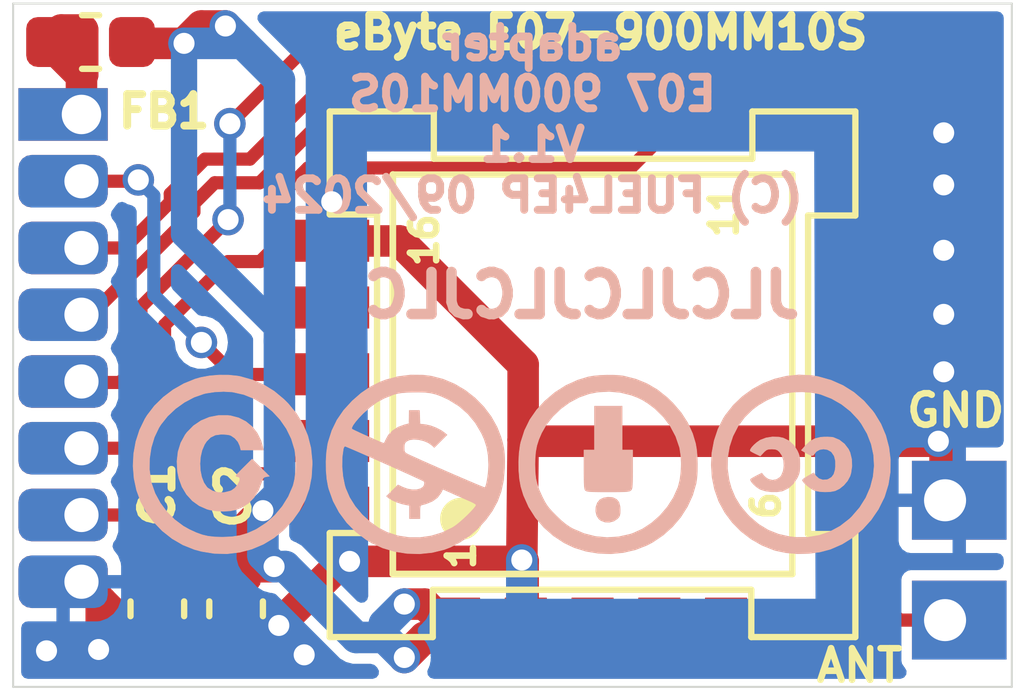
<source format=kicad_pcb>
(kicad_pcb (version 20240108) (generator "pcbnew") (generator_version "8.0")
  (title_block (title "CC1101_868MHz_UFL_RF_Modul_FUEL4EP") (date "2024-09-13") (rev "1.1") (company "FUEL4EP"))
  (layers (0 "F.Cu" signal) (31 "B.Cu" signal) (34 "B.Paste" user) (35 "F.Paste" user) (36 "B.SilkS" user "B.Silkscreen") (37 "F.SilkS" user "F.Silkscreen") (38 "B.Mask" user) (39 "F.Mask" user) (44 "Edge.Cuts" user))
  (net 0 "")
  (net 1 "GND")
  (net 2 "/ANT")
  (net 6 "/SCK")
  (net 7 "/GDO0")
  (net 8 "/MOSI")
  (net 9 "/GDO2")
  (net 10 "/~{CS}")
  (net 11 "VDDA")
  (net 12 "/MISO{slash}GDO1")
  (net 13 "/VDD")
  (footprint "FUEL4EP:edge_hole_Pitch1.27mm_Drill0.75mm_rounded" (layer "F.Cu") (at 0 -5.81)
    (property "Reference" "JC5" (hide yes))
    (property "Value" "Conn_01x01_Pin" (hide yes))
    (pad "1" thru_hole roundrect (at 1.3 0) (size 1.7 1) (drill 0.65 (offset -0.35 0)) (property pad_prop_castellated) (layers "*.Cu" "*.Mask") (net 8 "/MOSI"))
  )
  (footprint "Capacitor_SMD:C_0603_1608Metric" (layer "F.Cu") (at 4.2418 -1.4856 -90)
    (property "Reference" "C2" (at -2.1466 0.0508 90) (layer "F.SilkS") (effects (font (size 0.6 0.6))))
    (property "Value" "100n")
    (fp_line (start -0.14058 0.51) (end 0.14058 0.51) (stroke (width 0.12)) (layer "F.SilkS"))
    (fp_line (start -0.14058 -0.51) (end 0.14058 -0.51) (stroke (width 0.12)) (layer "F.SilkS"))
    (pad "1" smd roundrect (at -0.775 0 270) (size 0.9 0.95) (layers "F.Cu" "F.Paste" "F.Mask") (net 11 "VDDA"))
    (pad "2" smd roundrect (at 0.775 0 270) (size 0.9 0.95) (layers "F.Cu" "F.Paste" "F.Mask") (net 1 "GND"))
  )
  (footprint "FUEL4EP:edge_hole_Pitch2.28mm_Drill0.8mm" (layer "F.Cu") (at 19 -3.55 180)
    (property "Reference" "JA1" (hide yes))
    (property "Value" "GND" (hide yes))
    (pad "1" thru_hole rect (at 1.27 0 180) (size 1.8 1.5) (drill 0.8 (offset -0.27 0)) (property pad_prop_castellated) (layers "*.Cu" "*.Mask") (net 1 "GND"))
  )
  (footprint "Inductor_SMD:L_0603_1608Metric" (layer "F.Cu") (at 1.4732 -12.2682)
    (property "Reference" "FB1" (at 1.397 1.3208 0) (layer "F.SilkS") (effects (font (size 0.6 0.6))))
    (property "Value" "FerriteBead" (hide yes))
    (fp_line (start -0.162779 -0.51) (end 0.162779 -0.51) (stroke (width 0.12)) (layer "F.SilkS"))
    (fp_line (start -0.162779 0.51) (end 0.162779 0.51) (stroke (width 0.12)) (layer "F.SilkS"))
    (pad "1" smd roundrect (at -0.7875 0) (size 0.875 0.95) (layers "F.Cu" "F.Paste" "F.Mask") (net 13 "/VDD"))
    (pad "2" smd roundrect (at 0.7875 0) (size 0.875 0.95) (layers "F.Cu" "F.Paste" "F.Mask") (net 11 "VDDA"))
  )
  (footprint "FUEL4EP:edge_hole_Pitch1.27mm_Drill0.75mm_rounded" (layer "F.Cu") (at 0 -2)
    (property "Reference" "JC8" (hide yes))
    (property "Value" "Conn_01x01_Pin" (hide yes))
    (pad "1" thru_hole roundrect (at 1.3 0) (size 1.7 1) (drill 0.65 (offset -0.35 0)) (property pad_prop_castellated) (layers "*.Cu" "*.Mask") (net 1 "GND"))
  )
  (footprint "FUEL4EP:edge_hole_Pitch2.28mm_Drill0.8mm" (layer "F.Cu") (at 19 -1.27 180)
    (property "Reference" "JA2" (hide yes))
    (property "Value" "Ant." (hide yes))
    (pad "1" thru_hole rect (at 1.27 0 180) (size 1.8 1.5) (drill 0.8 (offset -0.27 0)) (property pad_prop_castellated) (layers "*.Cu" "*.Mask") (net 2 "/ANT"))
  )
  (footprint "FUEL4EP:CC-BY-ND-SA_bottom" (layer "F.Cu") (at 9.4996 -4.2164 180)
    (property "Reference" "LOGO1" (hide yes))
    (property "Value" "Logo_Open_Hardware_Small" (hide yes))
    (fp_poly (pts (xy -1.758829 -1.081206) (xy -1.681066 -1.051401) (xy -1.644833 -1.023028) (xy -1.602485 -0.957461) (xy -1.58392 -0.876987) (xy -1.588425 -0.792509) (xy -1.615287 -0.714933) (xy -1.663794 -0.655164) (xy -1.669155 -0.651061) (xy -1.734456 -0.620972) (xy -1.816263 -0.607523) (xy -1.897774 -0.612956) (xy -1.917466 -0.617925) (xy -1.983336 -0.650778) (xy -2.025596 -0.704563) (xy -2.046664 -0.783464) (xy -2.050143 -0.847485) (xy -2.048325 -0.914308) (xy -2.040276 -0.957618) (xy -2.022101 -0.990111) (xy -1.998444 -1.016061) (xy -1.928279 -1.063325) (xy -1.844821 -1.08511) (xy -1.758829 -1.081206)) (stroke (width 0.01)) (fill solid) (layer "B.SilkS"))
    (fp_poly (pts (xy -1.684775 -0.507665) (xy -1.582561 -0.506458) (xy -1.507467 -0.504075) (xy -1.454911 -0.500211) (xy -1.420315 -0.494563) (xy -1.399096 -0.486826) (xy -1.389225 -0.47949) (xy -1.379373 -0.464706) (xy -1.37202 -0.4396) (xy -1.366826 -0.399396) (xy -1.363449 -0.339319) (xy -1.361547 -0.254593) (xy -1.36078 -0.140441) (xy -1.360715 -0.080347) (xy -1.360715 0.290286) (xy -1.560286 0.290286) (xy -1.560286 1.124857) (xy -2.086429 1.124857) (xy -2.086429 0.290286) (xy -2.286 0.290286) (xy -2.286 -0.078831) (xy -2.285741 -0.204694) (xy -2.284688 -0.299273) (xy -2.282423 -0.367566) (xy -2.278533 -0.414571) (xy -2.272602 -0.445289) (xy -2.264213 -0.464717) (xy -2.252952 -0.477856) (xy -2.252822 -0.477974) (xy -2.237759 -0.487929) (xy -2.214354 -0.495451) (xy -2.17789 -0.500868) (xy -2.123652 -0.504505) (xy -2.046921 -0.506688) (xy -1.942983 -0.507744) (xy -1.818689 -0.508) (xy -1.684775 -0.507665)) (stroke (width 0.01)) (fill solid) (layer "B.SilkS"))
    (fp_poly (pts (xy -5.843953 -0.500439) (xy -5.757446 -0.482839) (xy -5.749031 -0.480035) (xy -5.700535 -0.455967) (xy -5.644831 -0.418203) (xy -5.590408 -0.373943) (xy -5.545751 -0.33039) (xy -5.519348 -0.294746) (xy -5.515644 -0.281973) (xy -5.53052 -0.264326) (xy -5.569301 -0.236276) (xy -5.623252 -0.204088) (xy -5.730645 -0.145104) (xy -5.769091 -0.199097) (xy -5.828835 -0.254083) (xy -5.904 -0.280239) (xy -5.984781 -0.27482) (xy -6.009283 -0.266361) (xy -6.072088 -0.228314) (xy -6.113801 -0.172277) (xy -6.13806 -0.091943) (xy -6.14572 -0.029835) (xy -6.145108 0.086167) (xy -6.121607 0.177082) (xy -6.074001 0.246926) (xy -6.057111 0.262478) (xy -5.991622 0.298108) (xy -5.916913 0.309361) (xy -5.843584 0.297538) (xy -5.782234 0.263942) (xy -5.750213 0.224782) (xy -5.728724 0.194672) (xy -5.701887 0.184365) (xy -5.662118 0.194242) (xy -5.601833 0.224686) (xy -5.587104 0.233015) (xy -5.49678 0.284602) (xy -5.571814 0.369845) (xy -5.658971 0.452843) (xy -5.751414 0.505228) (xy -5.859562 0.531957) (xy -5.923643 0.537288) (xy -5.996805 0.538034) (xy -6.063044 0.534665) (xy -6.105072 0.528499) (xy -6.218229 0.481018) (xy -6.316183 0.404686) (xy -6.391717 0.306046) (xy -6.422688 0.240452) (xy -6.45238 0.117926) (xy -6.458053 -0.016497) (xy -6.439748 -0.147547) (xy -6.421555 -0.207195) (xy -6.373897 -0.296042) (xy -6.303931 -0.37868) (xy -6.221605 -0.445362) (xy -6.136867 -0.486341) (xy -6.136564 -0.486432) (xy -6.049851 -0.502506) (xy -5.946868 -0.507085) (xy -5.843953 -0.500439)) (stroke (width 0.01)) (fill solid) (layer "B.SilkS"))
    (fp_poly (pts (xy -4.925138 -0.505796) (xy -4.81855 -0.491246) (xy -4.726924 -0.463993) (xy -4.693669 -0.447651) (xy -4.639115 -0.409823) (xy -4.588988 -0.365166) (xy -4.550081 -0.321093) (xy -4.529184 -0.285019) (xy -4.529165 -0.268063) (xy -4.549131 -0.252659) (xy -4.592001 -0.22733) (xy -4.641358 -0.20123) (xy -4.744357 -0.149271) (xy -4.777776 -0.193653) (xy -4.817814 -0.232366) (xy -4.869336 -0.265727) (xy -4.872397 -0.267221) (xy -4.947499 -0.28463) (xy -5.023094 -0.271287) (xy -5.087866 -0.230532) (xy -5.116265 -0.195244) (xy -5.152204 -0.107439) (xy -5.165591 -0.007448) (xy -5.157294 0.093932) (xy -5.128182 0.185902) (xy -5.079925 0.256867) (xy -5.0414 0.288969) (xy -4.999968 0.304281) (xy -4.939733 0.308413) (xy -4.93386 0.308429) (xy -4.874027 0.305564) (xy -4.833513 0.292248) (xy -4.795506 0.2614) (xy -4.777066 0.242382) (xy -4.714776 0.176335) (xy -4.624054 0.218826) (xy -4.57219 0.244896) (xy -4.535268 0.266765) (xy -4.524183 0.276124) (xy -4.527781 0.301789) (xy -4.554432 0.341255) (xy -4.597453 0.387528) (xy -4.650161 0.433616) (xy -4.705872 0.472524) (xy -4.719126 0.480114) (xy -4.824046 0.520178) (xy -4.944788 0.539238) (xy -5.06673 0.536033) (xy -5.152572 0.517493) (xy -5.26254 0.463284) (xy -5.353645 0.37893) (xy -5.418378 0.277249) (xy -5.44427 0.218917) (xy -5.459545 0.165976) (xy -5.466834 0.104803) (xy -5.468772 0.021776) (xy -5.468776 0.016534) (xy -5.467255 -0.066199) (xy -5.460852 -0.126179) (xy -5.446806 -0.176873) (xy -5.422354 -0.231753) (xy -5.414807 -0.246699) (xy -5.344396 -0.350781) (xy -5.253868 -0.432217) (xy -5.150323 -0.484924) (xy -5.12913 -0.49136) (xy -5.03317 -0.506286) (xy -4.925138 -0.505796)) (stroke (width 0.01)) (fill solid) (layer "B.SilkS"))
    (fp_poly (pts (xy 5.631663 -0.869092) (xy 5.756036 -0.849657) (xy 5.808844 -0.835608) (xy 5.958363 -0.770394) (xy 6.089457 -0.675837) (xy 6.199517 -0.555252) (xy 6.285937 -0.411952) (xy 6.346109 -0.249251) (xy 6.371997 -0.119868) (xy 6.382633 0.074657) (xy 6.361671 0.257556) (xy 6.30983 0.425875) (xy 6.227827 0.576658) (xy 6.190782 0.626424) (xy 6.067105 0.752147) (xy 5.923981 0.84844) (xy 5.76494 0.913961) (xy 5.593512 0.947365) (xy 5.413228 0.947307) (xy 5.363715 0.941412) (xy 5.210463 0.901754) (xy 5.07216 0.831164) (xy 4.952761 0.733294) (xy 4.856223 0.611792) (xy 4.786504 0.470308) (xy 4.76108 0.385536) (xy 4.738558 0.290286) (xy 5.166406 0.290286) (xy 5.186431 0.36981) (xy 5.221372 0.44617) (xy 5.280267 0.514618) (xy 5.351973 0.56355) (xy 5.384225 0.575773) (xy 5.429607 0.583324) (xy 5.494601 0.588232) (xy 5.54443 0.589337) (xy 5.653061 0.574945) (xy 5.743656 0.530985) (xy 5.819732 0.455288) (xy 5.858714 0.395772) (xy 5.906243 0.285879) (xy 5.934892 0.161405) (xy 5.945233 0.02991) (xy 5.937837 -0.101048) (xy 5.913276 -0.223909) (xy 5.872121 -0.331115) (xy 5.814946 -0.415105) (xy 5.795987 -0.433571) (xy 5.706483 -0.489204) (xy 5.600325 -0.518149) (xy 5.48637 -0.519526) (xy 5.373472 -0.492452) (xy 5.341462 -0.478806) (xy 5.280718 -0.435252) (xy 5.227647 -0.371815) (xy 5.192726 -0.302371) (xy 5.18568 -0.272521) (xy 5.188127 -0.238198) (xy 5.214096 -0.221725) (xy 5.230231 -0.218092) (xy 5.249984 -0.213251) (xy 5.258418 -0.204984) (xy 5.252666 -0.188932) (xy 5.229859 -0.160738) (xy 5.187131 -0.116041) (xy 5.121614 -0.050484) (xy 5.116838 -0.045735) (xy 4.953 0.117172) (xy 4.78912 -0.045735) (xy 4.625239 -0.208643) (xy 4.684798 -0.217714) (xy 4.72315 -0.227831) (xy 4.746464 -0.250297) (xy 4.764522 -0.295733) (xy 4.768339 -0.308429) (xy 4.831988 -0.475308) (xy 4.916613 -0.61287) (xy 5.022946 -0.72191) (xy 5.151719 -0.803223) (xy 5.263314 -0.846445) (xy 5.371321 -0.867763) (xy 5.498764 -0.875219) (xy 5.631663 -0.869092)) (stroke (width 0.01)) (fill solid) (layer "B.SilkS"))
    (fp_poly (pts (xy -5.209548 -1.665688) (xy -5.011275 -1.624538) (xy -4.972053 -1.612777) (xy -4.7484 -1.523512) (xy -4.539651 -1.404256) (xy -4.349534 -1.258324) (xy -4.181776 -1.089031) (xy -4.040104 -0.899692) (xy -3.928245 -0.693624) (xy -3.921431 -0.678206) (xy -3.84411 -0.458242) (xy -3.797539 -0.228325) (xy -3.781301 0.006356) (xy -3.794982 0.240611) (xy -3.838168 0.469251) (xy -3.910442 0.687086) (xy -4.01139 0.888927) (xy -4.051842 0.9525) (xy -4.199518 1.140499) (xy -4.371038 1.305048) (xy -4.562485 1.444516) (xy -4.769941 1.557273) (xy -4.989492 1.641687) (xy -5.217219 1.696128) (xy -5.449207 1.718963) (xy -5.681539 1.708563) (xy -5.814786 1.686684) (xy -6.061183 1.617314) (xy -6.28875 1.516971) (xy -6.496853 1.386071) (xy -6.684853 1.22503) (xy -6.852113 1.034264) (xy -6.887783 0.985947) (xy -7.009938 0.784507) (xy -7.101444 0.567448) (xy -7.161776 0.339383) (xy -7.190409 0.104923) (xy -7.188641 -0.011407) (xy -6.882572 -0.011407) (xy -6.870738 0.196538) (xy -6.826092 0.401799) (xy -6.748416 0.601129) (xy -6.637496 0.79128) (xy -6.579925 0.86891) (xy -6.433303 1.025609) (xy -6.261635 1.160442) (xy -6.07167 1.269028) (xy -5.87016 1.346981) (xy -5.823857 1.359867) (xy -5.67923 1.385972) (xy -5.516996 1.396701) (xy -5.351947 1.392064) (xy -5.198876 1.372073) (xy -5.142581 1.359329) (xy -4.989449 1.307458) (xy -4.830059 1.232836) (xy -4.678485 1.142765) (xy -4.568807 1.061597) (xy -4.415184 0.911264) (xy -4.289824 0.740698) (xy -4.193725 0.553611) (xy -4.12789 0.353716) (xy -4.093317 0.144726) (xy -4.091008 -0.069647) (xy -4.121961 -0.285689) (xy -4.164746 -0.438252) (xy -4.237973 -0.612176) (xy -4.336239 -0.772571) (xy -4.464267 -0.926713) (xy -4.516151 -0.979714) (xy -4.684396 -1.123003) (xy -4.865355 -1.233195) (xy -5.061537 -1.311404) (xy -5.275449 -1.358743) (xy -5.400447 -1.371946) (xy -5.62394 -1.369882) (xy -5.839153 -1.333056) (xy -6.043454 -1.26245) (xy -6.234208 -1.159049) (xy -6.408782 -1.023834) (xy -6.457106 -0.977712) (xy -6.606097 -0.805066) (xy -6.723355 -0.618865) (xy -6.808664 -0.422356) (xy -6.861809 -0.218788) (xy -6.882572 -0.011407) (xy -7.188641 -0.011407) (xy -7.186817 -0.131323) (xy -7.150476 -0.364741) (xy -7.080859 -0.590721) (xy -7.070352 -0.616857) (xy -6.960716 -0.837412) (xy -6.822852 -1.039041) (xy -6.659913 -1.218727) (xy -6.475054 -1.373451) (xy -6.271427 -1.500196) (xy -6.052187 -1.595945) (xy -6.044305 -1.598686) (xy -5.850616 -1.649898) (xy -5.639843 -1.678229) (xy -5.422613 -1.683539) (xy -5.209548 -1.665688)) (stroke (width 0.01)) (fill solid) (layer "B.SilkS"))
    (fp_poly (pts (xy 5.670842 -1.677935) (xy 5.915989 -1.63849) (xy 6.050643 -1.601909) (xy 6.269262 -1.514938) (xy 6.474607 -1.395684) (xy 6.663296 -1.246777) (xy 6.831945 -1.070844) (xy 6.962883 -0.892993) (xy 7.071921 -0.691595) (xy 7.150769 -0.474874) (xy 7.199461 -0.247583) (xy 7.218029 -0.014479) (xy 7.206508 0.219682) (xy 7.164931 0.450144) (xy 7.09333 0.672153) (xy 6.99174 0.880951) (xy 6.949976 0.948698) (xy 6.811165 1.129568) (xy 6.644386 1.293309) (xy 6.455571 1.435725) (xy 6.250655 1.552615) (xy 6.035573 1.639782) (xy 5.930782 1.669753) (xy 5.763154 1.700578) (xy 5.581777 1.715724) (xy 5.400261 1.714879) (xy 5.232217 1.697733) (xy 5.17534 1.687012) (xy 4.941487 1.621211) (xy 4.729088 1.529022) (xy 4.533181 1.407644) (xy 4.348806 1.254278) (xy 4.270165 1.176054) (xy 4.111735 0.985678) (xy 3.986368 0.780431) (xy 3.894291 0.560879) (xy 3.83573 0.327589) (xy 3.810911 0.08113) (xy 3.81 0.02224) (xy 3.810835 0.007953) (xy 4.121254 0.007953) (xy 4.124758 0.146854) (xy 4.13872 0.270671) (xy 4.144659 0.301355) (xy 4.206645 0.50465) (xy 4.299913 0.695355) (xy 4.420897 0.8702) (xy 4.566033 1.025918) (xy 4.731755 1.159241) (xy 4.914498 1.2669) (xy 5.110698 1.345626) (xy 5.316789 1.392153) (xy 5.337499 1.394872) (xy 5.49535 1.403679) (xy 5.664778 1.395219) (xy 5.826203 1.370751) (xy 5.869071 1.360751) (xy 6.056878 1.295399) (xy 6.239622 1.198982) (xy 6.410435 1.076679) (xy 6.562449 0.933665) (xy 6.688794 0.775117) (xy 6.727552 0.713739) (xy 6.813562 0.533659) (xy 6.872816 0.335649) (xy 6.904311 0.127345) (xy 6.907043 -0.083619) (xy 6.880007 -0.28961) (xy 6.866866 -0.345744) (xy 6.799893 -0.535577) (xy 6.701334 -0.717408) (xy 6.575816 -0.885598) (xy 6.42796 -1.034507) (xy 6.262392 -1.158496) (xy 6.147519 -1.223027) (xy 6.017285 -1.282756) (xy 5.90246 -1.32426) (xy 5.790443 -1.350436) (xy 5.668632 -1.364183) (xy 5.524424 -1.3684) (xy 5.515428 -1.368413) (xy 5.338795 -1.361192) (xy 5.184248 -1.337577) (xy 5.040251 -1.29482) (xy 4.895269 -1.230173) (xy 4.862285 -1.212842) (xy 4.682817 -1.096421) (xy 4.520049 -0.951294) (xy 4.378505 -0.782938) (xy 4.262708 -0.596828) (xy 4.17718 -0.398441) (xy 4.168965 -0.373438) (xy 4.143811 -0.264774) (xy 4.127756 -0.133449) (xy 4.121254 0.007953) (xy 3.810835 0.007953) (xy 3.824302 -0.222432) (xy 3.868255 -0.448631) (xy 3.94343 -0.660866) (xy 4.051396 -0.863645) (xy 4.182697 -1.047804) (xy 4.349783 -1.228665) (xy 4.537058 -1.380734) (xy 4.741512 -1.503119) (xy 4.960129 -1.594925) (xy 5.189899 -1.655259) (xy 5.427807 -1.683227) (xy 5.670842 -1.677935)) (stroke (width 0.01)) (fill solid) (layer "B.SilkS"))
    (fp_poly (pts (xy -1.636143 -1.67626) (xy -1.403079 -1.637746) (xy -1.179769 -1.568814) (xy -0.986833 -1.478224) (xy -0.779738 -1.342441) (xy -0.59637 -1.181093) (xy -0.43897 -0.997087) (xy -0.309774 -0.793329) (xy -0.211024 -0.572727) (xy -0.159912 -0.40461) (xy -0.134681 -0.264319) (xy -0.120853 -0.10248) (xy -0.118435 0.06821) (xy -0.127432 0.235057) (xy -0.147849 0.385362) (xy -0.159515 0.439225) (xy -0.230871 0.66252) (xy -0.33074 0.8663) (xy -0.461523 1.054705) (xy -0.61078 1.2176) (xy -0.806204 1.384306) (xy -1.015784 1.517926) (xy -1.241457 1.619542) (xy -1.437722 1.679217) (xy -1.538577 1.697202) (xy -1.66278 1.709235) (xy -1.797834 1.714997) (xy -1.931241 1.71417) (xy -2.050505 1.706436) (xy -2.119685 1.696588) (xy -2.351131 1.637328) (xy -2.562754 1.551066) (xy -2.759209 1.435249) (xy -2.945147 1.287321) (xy -3.050044 1.185764) (xy -3.208286 1.001506) (xy -3.33287 0.808922) (xy -3.426197 0.603741) (xy -3.482731 0.416289) (xy -3.501917 0.306727) (xy -3.514317 0.173881) (xy -3.519754 0.029675) (xy -3.519671 0.022607) (xy -3.211167 0.022607) (xy -3.204215 0.178655) (xy -3.183128 0.319429) (xy -3.177241 0.344413) (xy -3.107204 0.548893) (xy -3.004823 0.74173) (xy -2.873454 0.917767) (xy -2.716456 1.071846) (xy -2.689246 1.094066) (xy -2.577706 1.177798) (xy -2.476587 1.241164) (xy -2.372813 1.291442) (xy -2.256932 1.334699) (xy -2.05299 1.384973) (xy -1.838685 1.40412) (xy -1.622769 1.391855) (xy -1.460643 1.360751) (xy -1.271461 1.294796) (xy -1.089039 1.197656) (xy -0.919259 1.074171) (xy -0.768003 0.929184) (xy -0.641153 0.767536) (xy -0.553937 0.614403) (xy -0.500362 0.489954) (xy -0.463582 0.374559) (xy -0.441035 0.25607) (xy -0.430159 0.122342) (xy -0.428125 0.018143) (xy -0.431493 -0.126899) (xy -0.444246 -0.248906) (xy -0.469301 -0.360547) (xy -0.509572 -0.474491) (xy -0.567975 -0.603408) (xy -0.57396 -0.615647) (xy -0.614333 -0.693833) (xy -0.653441 -0.758067) (xy -0.698448 -0.817893) (xy -0.756517 -0.882857) (xy -0.832654 -0.960361) (xy -0.926642 -1.050032) (xy -1.00769 -1.118049) (xy -1.084943 -1.171551) (xy -1.15225 -1.209794) (xy -1.360218 -1.29886) (xy -1.576631 -1.354014) (xy -1.797434 -1.374956) (xy -2.018577 -1.361389) (xy -2.236007 -1.313013) (xy -2.293345 -1.294018) (xy -2.476559 -1.21055) (xy -2.649753 -1.09605) (xy -2.808183 -0.955386) (xy -2.947102 -0.793426) (xy -3.061764 -0.615039) (xy -3.147424 -0.425093) (xy -3.151415 -0.413789) (xy -3.184347 -0.285953) (xy -3.204404 -0.136375) (xy -3.211167 0.022607) (xy -3.519671 0.022607) (xy -3.518052 -0.113967) (xy -3.509036 -0.24512) (xy -3.493989 -0.345158) (xy -3.427876 -0.571279) (xy -3.329181 -0.786611) (xy -3.200928 -0.987354) (xy -3.046142 -1.169705) (xy -2.867847 -1.329863) (xy -2.669069 -1.464024) (xy -2.556978 -1.523035) (xy -2.339379 -1.607745) (xy -2.109742 -1.661415) (xy -1.873514 -1.684202) (xy -1.636143 -1.67626)) (stroke (width 0.01)) (fill solid) (layer "B.SilkS"))
    (fp_poly (pts (xy 2.004497 -1.677952) (xy 2.239964 -1.640843) (xy 2.466241 -1.573957) (xy 2.677838 -1.477988) (xy 2.781126 -1.416245) (xy 2.980099 -1.265197) (xy 3.152477 -1.090769) (xy 3.296565 -0.895326) (xy 3.41067 -0.681233) (xy 3.493097 -0.450855) (xy 3.504902 -0.405983) (xy 3.530828 -0.262819) (xy 3.544851 -0.098346) (xy 3.546966 0.074642) (xy 3.53717 0.24335) (xy 3.515455 0.394984) (xy 3.505228 0.440896) (xy 3.435023 0.661014) (xy 3.337718 0.86115) (xy 3.210384 1.046302) (xy 3.050096 1.221468) (xy 3.045444 1.225952) (xy 2.879178 1.371149) (xy 2.711865 1.486251) (xy 2.534883 1.576649) (xy 2.404276 1.626876) (xy 2.175011 1.687526) (xy 1.937941 1.717256) (xy 1.701738 1.715379) (xy 1.542143 1.695) (xy 1.316831 1.636381) (xy 1.100807 1.54555) (xy 0.897824 1.425774) (xy 0.711631 1.280321) (xy 0.54598 1.112458) (xy 0.404622 0.925453) (xy 0.291308 0.722574) (xy 0.221183 0.544286) (xy 0.187458 0.42911) (xy 0.16476 0.32333) (xy 0.151773 0.215805) (xy 0.147183 0.09539) (xy 0.148609 0.012653) (xy 0.453886 0.012653) (xy 0.462432 0.189028) (xy 0.489328 0.345411) (xy 0.537478 0.494643) (xy 0.588379 0.607786) (xy 0.705747 0.806105) (xy 0.847631 0.977745) (xy 1.014726 1.123399) (xy 1.207726 1.243761) (xy 1.244985 1.262654) (xy 1.356604 1.313919) (xy 1.456625 1.350444) (xy 1.555093 1.37419) (xy 1.662052 1.387115) (xy 1.787548 1.391182) (xy 1.895928 1.389701) (xy 2.011783 1.385462) (xy 2.100421 1.378873) (xy 2.170889 1.368794) (xy 2.232236 1.354087) (xy 2.267465 1.342897) (xy 2.432452 1.278043) (xy 2.575614 1.201601) (xy 2.708674 1.106262) (xy 2.843352 0.984717) (xy 2.846005 0.982105) (xy 2.924337 0.900668) (xy 2.987461 0.826668) (xy 3.032432 0.764215) (xy 3.056307 0.717421) (xy 3.056142 0.690396) (xy 3.055431 0.689619) (xy 3.03471 0.677732) (xy 2.987457 0.654544) (xy 2.920282 0.623012) (xy 2.839792 0.586097) (xy 2.752595 0.546758) (xy 2.6653 0.507955) (xy 2.584516 0.472646) (xy 2.516849 0.443792) (xy 2.468909 0.424352) (xy 2.447347 0.417286) (xy 2.433463 0.432531) (xy 2.416458 0.469726) (xy 2.4147 0.474635) (xy 2.361869 0.573238) (xy 2.279408 0.658617) (xy 2.172931 0.726175) (xy 2.054208 0.769775) (xy 1.9685 0.791694) (xy 1.966376 0.917454) (xy 1.964253 1.043214) (xy 1.768928 1.043214) (xy 1.758358 0.78466) (xy 1.651666 0.772589) (xy 1.556675 0.75144) (xy 1.45191 0.711814) (xy 1.353461 0.660683) (xy 1.289366 0.615597) (xy 1.245231 0.578461) (xy 1.365851 0.457841) (xy 1.486471 0.337222) (xy 1.52814 0.376367) (xy 1.599844 0.42682) (xy 1.688433 0.464262) (xy 1.784297 0.487079) (xy 1.877826 0.493657) (xy 1.959408 0.482382) (xy 2.012083 0.457629) (xy 2.041772 0.429061) (xy 2.055706 0.392767) (xy 2.059214 0.334737) (xy 2.059214 0.33372) (xy 2.057109 0.27913) (xy 2.04614 0.247513) (xy 2.019323 0.225605) (xy 1.995714 0.213102) (xy 1.944855 0.188646) (xy 1.869545 0.153905) (xy 1.773873 0.110654) (xy 1.661926 0.06067) (xy 1.537793 0.005728) (xy 1.40556 -0.052397) (xy 1.269315 -0.111929) (xy 1.133145 -0.171093) (xy 1.00114 -0.228113) (xy 0.877385 -0.281213) (xy 0.765969 -0.328618) (xy 0.67098 -0.368552) (xy 0.596505 -0.39924) (xy 0.546631 -0.418906) (xy 0.525446 -0.425775) (xy 0.525079 -0.4257) (xy 0.509594 -0.399671) (xy 0.493846 -0.345314) (xy 0.479123 -0.270558) (xy 0.466712 -0.183325) (xy 0.457899 -0.091544) (xy 0.453974 -0.003139) (xy 0.453886 0.012653) (xy 0.148609 0.012653) (xy 0.149673 -0.049056) (xy 0.150016 -0.058632) (xy 0.170045 -0.288086) (xy 0.213987 -0.494986) (xy 0.284269 -0.686021) (xy 0.321729 -0.754798) (xy 0.68963 -0.754798) (xy 0.705166 -0.738069) (xy 0.745722 -0.713385) (xy 0.802544 -0.686068) (xy 0.803022 -0.685861) (xy 0.866491 -0.658202) (xy 0.951129 -0.621009) (xy 1.044976 -0.579548) (xy 1.120374 -0.54608) (xy 1.324534 -0.455224) (xy 1.36126 -0.527213) (xy 1.426479 -0.615262) (xy 1.522788 -0.685016) (xy 1.649796 -0.736222) (xy 1.709964 -0.751645) (xy 1.736079 -0.759245) (xy 1.750997 -0.7733) (xy 1.75785 -0.802453) (xy 1.759769 -0.855343) (xy 1.759857 -0.889346) (xy 1.759857 -1.016) (xy 1.959428 -1.016) (xy 1.959428 -0.763644) (xy 2.027464 -0.752492) (xy 2.110114 -0.733338) (xy 2.198444 -0.703976) (xy 2.279314 -0.669466) (xy 2.339584 -0.634867) (xy 2.346385 -0.629703) (xy 2.396383 -0.589643) (xy 2.177621 -0.373537) (xy 2.091696 -0.415283) (xy 1.999013 -0.449818) (xy 1.906475 -0.465989) (xy 1.820922 -0.464512) (xy 1.749195 -0.446104) (xy 1.698134 -0.411481) (xy 1.67656 -0.371796) (xy 1.67292 -0.330936) (xy 1.68045 -0.308027) (xy 1.70022 -0.297221) (xy 1.749075 -0.273733) (xy 1.822903 -0.23939) (xy 1.917596 -0.196024) (xy 2.029046 -0.145462) (xy 2.153142 -0.089536) (xy 2.285775 -0.030073) (xy 2.422837 0.031096) (xy 2.560218 0.092142) (xy 2.693809 0.151236) (xy 2.819501 0.206547) (xy 2.933184 0.256248) (xy 3.03075 0.298508) (xy 3.108089 0.331498) (xy 3.161091 0.353388) (xy 3.185649 0.362349) (xy 3.186492 0.362469) (xy 3.204742 0.347183) (xy 3.217829 0.312964) (xy 3.240011 0.150735) (xy 3.242527 -0.027907) (xy 3.226174 -0.209412) (xy 3.191753 -0.38023) (xy 3.173303 -0.441931) (xy 3.098341 -0.614798) (xy 2.992572 -0.78221) (xy 2.861473 -0.938372) (xy 2.710522 -1.077488) (xy 2.545195 -1.193762) (xy 2.385748 -1.275307) (xy 2.183792 -1.341028) (xy 1.972543 -1.3741) (xy 1.757563 -1.374978) (xy 1.544415 -1.344119) (xy 1.338661 -1.281978) (xy 1.145866 -1.189011) (xy 1.116601 -1.171312) (xy 1.060957 -1.132024) (xy 0.994994 -1.07838) (xy 0.924194 -1.01573) (xy 0.854044 -0.949424) (xy 0.790028 -0.884813) (xy 0.737631 -0.827246) (xy 0.702338 -0.782075) (xy 0.68963 -0.754798) (xy 0.321729 -0.754798) (xy 0.383319 -0.867877) (xy 0.505043 -1.036698) (xy 0.651739 -1.197408) (xy 0.818283 -1.341616) (xy 0.997318 -1.464061) (xy 1.181489 -1.559483) (xy 1.297846 -1.603681) (xy 1.527949 -1.660064) (xy 1.765329 -1.68459) (xy 2.004497 -1.677952)) (stroke (width 0.01)) (fill solid) (layer "B.SilkS"))
  )
  (footprint "FUEL4EP:edge_hole_Pitch1.27mm_Drill0.75mm_rounded" (layer "F.Cu") (at 0 -4.54)
    (property "Reference" "JC6" (hide yes))
    (property "Value" "Conn_01x01_Pin" (hide yes))
    (pad "1" thru_hole roundrect (at 1.3 0) (size 1.7 1) (drill 0.65 (offset -0.35 0)) (property pad_prop_castellated) (layers "*.Cu" "*.Mask") (net 12 "/MISO{slash}GDO1"))
  )
  (footprint "Capacitor_SMD:C_0603_1608Metric" (layer "F.Cu") (at 2.7432 -1.4856 -90)
    (property "Reference" "C1" (at -2.172 0 90) (layer "F.SilkS") (effects (font (size 0.6 0.6))))
    (property "Value" "10u")
    (fp_line (start -0.14058 0.51) (end 0.14058 0.51) (stroke (width 0.12)) (layer "F.SilkS"))
    (fp_line (start -0.14058 -0.51) (end 0.14058 -0.51) (stroke (width 0.12)) (layer "F.SilkS"))
    (pad "1" smd roundrect (at -0.775 0 270) (size 0.9 0.95) (layers "F.Cu" "F.Paste" "F.Mask") (net 11 "VDDA"))
    (pad "2" smd roundrect (at 0.775 0 270) (size 0.9 0.95) (layers "F.Cu" "F.Paste" "F.Mask") (net 1 "GND"))
  )
  (footprint "FUEL4EP:edge_hole_Pitch1.27mm_Drill0.75mm_rounded" (layer "F.Cu") (at 0 -8.35)
    (property "Reference" "JC3" (hide yes))
    (property "Value" "Conn_01x01_Pin" (hide yes))
    (pad "1" thru_hole roundrect (at 1.3 0) (size 1.7 1) (drill 0.65 (offset -0.35 0)) (property pad_prop_castellated) (layers "*.Cu" "*.Mask") (net 10 "/~{CS}"))
  )
  (footprint "FUEL4EP:edge_hole_Pitch1.27mm_Drill0.75mm_rounded" (layer "F.Cu") (at 0 -9.62)
    (property "Reference" "JC2" (hide yes))
    (property "Value" "Conn_01x01_Pin" (hide yes))
    (pad "1" thru_hole roundrect (at 1.3 0) (size 1.7 1) (drill 0.65 (offset -0.35 0)) (property pad_prop_castellated) (layers "*.Cu" "*.Mask") (net 7 "/GDO0"))
  )
  (footprint "FUEL4EP:edge_hole_Pitch1.27mm_Drill0.75mm" (layer "F.Cu") (at 0 -10.89)
    (property "Reference" "JC1" (hide yes))
    (property "Value" "Conn_01x01_Pin" (hide yes))
    (pad "1" thru_hole rect (at 1.3 0) (size 1.7 1) (drill 0.75 (offset -0.35 0)) (property pad_prop_castellated) (layers "*.Cu" "*.Mask") (net 13 "/VDD"))
  )
  (footprint "FUEL4EP:eByte_E07-900MM10S" (layer "F.Cu") (at 6.0236 -0.9474 90)
    (property "Reference" "Module1" (hide yes))
    (property "Value" "E07-900MM10S")
    (fp_line (start 10 0) (end 8.04 0) (stroke (width 0.12)) (layer "F.SilkS"))
    (fp_line (start 8.04 0) (end 8.04 0.9) (stroke (width 0.12)) (layer "F.SilkS"))
    (fp_line (start 1.98 0) (end 0 0) (stroke (width 0.12)) (layer "F.SilkS"))
    (fp_line (start 0 0) (end 0 1.96) (stroke (width 0.12)) (layer "F.SilkS"))
    (fp_line (start 8.04 0.9) (end 1.98 0.9) (stroke (width 0.12)) (layer "F.SilkS"))
    (fp_line (start 1.98 0.9) (end 1.98 0) (stroke (width 0.12)) (layer "F.SilkS"))
    (fp_line (start 1.2 1.2) (end 8.8 1.2) (stroke (width 0.127)) (layer "F.SilkS"))
    (fp_line (start 0.9 1.96) (end 0.9 8.02) (stroke (width 0.12)) (layer "F.SilkS"))
    (fp_line (start 0 1.96) (end 0.9 1.96) (stroke (width 0.12)) (layer "F.SilkS"))
    (fp_line (start 10 1.98) (end 10 0) (stroke (width 0.12)) (layer "F.SilkS"))
    (fp_line (start 9.1 1.98) (end 10 1.98) (stroke (width 0.12)) (layer "F.SilkS"))
    (fp_line (start 0.9 8.02) (end 0 8.02) (stroke (width 0.12)) (layer "F.SilkS"))
    (fp_line (start 0 8.02) (end 0 10) (stroke (width 0.12)) (layer "F.SilkS"))
    (fp_line (start 10 8.04) (end 9.1 8.04) (stroke (width 0.12)) (layer "F.SilkS"))
    (fp_line (start 9.1 8.04) (end 9.1 1.98) (stroke (width 0.12)) (layer "F.SilkS"))
    (fp_line (start 8.8 8.8) (end 8.8 1.2) (stroke (width 0.12)) (layer "F.SilkS"))
    (fp_line (start 1.2 8.8) (end 1.2 1.2) (stroke (width 0.127)) (layer "F.SilkS"))
    (fp_line (start 1.2 8.8) (end 8.8 8.8) (stroke (width 0.12)) (layer "F.SilkS"))
    (fp_line (start 8.02 9.1) (end 8.02 10) (stroke (width 0.12)) (layer "F.SilkS"))
    (fp_line (start 1.96 9.1) (end 8.02 9.1) (stroke (width 0.12)) (layer "F.SilkS"))
    (fp_line (start 10 10) (end 10 8.04) (stroke (width 0.12)) (layer "F.SilkS"))
    (fp_line (start 8.02 10) (end 10 10) (stroke (width 0.12)) (layer "F.SilkS"))
    (fp_line (start 1.96 10) (end 1.96 9.1) (stroke (width 0.12)) (layer "F.SilkS"))
    (fp_line (start 0 10) (end 1.96 10) (stroke (width 0.12)) (layer "F.SilkS"))
    (fp_circle (center 2.25 2.5) (end 2.55 2.5) (stroke (width 0.2)) (fill solid) (layer "F.SilkS"))
    (fp_text user "16" (at 7.55 1.8 90) (layer "F.SilkS") (effects (font (size 0.5 0.5) (thickness 0.125))))
    (fp_text user "11" (at 8.1 7.5 90) (layer "F.SilkS") (effects (font (size 0.5 0.5) (thickness 0.125))))
    (fp_text user "1" (at 1.55 2.5 90) (layer "F.SilkS") (effects (font (size 0.5 0.5) (thickness 0.125))))
    (fp_text user "eByte E07-900MM10S" (at 11.5062 5.1524 180) (layer "F.SilkS") (effects (font (size 0.6 0.6))))
    (fp_text user "6" (at 2.5 8.3 90) (layer "F.SilkS") (effects (font (size 0.5 0.5) (thickness 0.125))))
    (pad "1A" smd rect (at 10 2.46 270) (size 1.5 0.8) (layers "F.Cu" "F.Paste" "F.Mask") (net 6 "/SCK"))
    (pad "1B" smd rect (at 2.46 10 180) (size 1.5 0.8) (layers "F.Cu" "F.Paste" "F.Mask") (net 2 "/ANT"))
    (pad "1C" smd rect (at 0 2.46 90) (size 1.5 0.8) (layers "F.Cu" "F.Paste" "F.Mask") (net 11 "VDDA"))
    (pad "1D" smd rect (at 2.46 0) (size 1.5 0.8) (layers "F.Cu" "F.Paste" "F.Mask") (net 9 "/GDO2"))
    (pad "2A" smd rect (at 10 3.73 270) (size 1.5 0.8) (layers "F.Cu" "F.Paste" "F.Mask") (net 10 "/~{CS}"))
    (pad "2B" smd rect (at 3.73 10 180) (size 1.5 0.8) (layers "F.Cu" "F.Paste" "F.Mask") (net 1 "GND"))
    (pad "2C" smd rect (at 0 3.73 90) (size 1.5 0.8) (layers "F.Cu" "F.Paste" "F.Mask") (net 1 "GND"))
    (pad "2D" smd rect (at 3.73 0) (size 1.5 0.8) (layers "F.Cu" "F.Paste" "F.Mask"))
    (pad "3A" smd rect (at 10 5 270) (size 1.5 0.8) (layers "F.Cu" "F.Paste" "F.Mask") (net 8 "/MOSI"))
    (pad "3B" smd rect (at 5 10 180) (size 1.5 0.8) (layers "F.Cu" "F.Paste" "F.Mask"))
    (pad "3C" smd rect (at 0 5 90) (size 1.5 0.8) (layers "F.Cu" "F.Paste" "F.Mask"))
    (pad "3D" smd rect (at 5 0) (size 1.5 0.8) (layers "F.Cu" "F.Paste" "F.Mask") (net 7 "/GDO0"))
    (pad "4A" smd rect (at 10 6.27 270) (size 1.5 0.8) (layers "F.Cu" "F.Paste" "F.Mask") (net 12 "/MISO{slash}GDO1"))
    (pad "4B" smd rect (at 6.27 10 180) (size 1.5 0.8) (layers "F.Cu" "F.Paste" "F.Mask"))
    (pad "4C" smd rect (at 0 6.27 90) (size 1.5 0.8) (layers "F.Cu" "F.Paste" "F.Mask"))
    (pad "4D" smd rect (at 6.27 0) (size 1.5 0.8) (layers "F.Cu" "F.Paste" "F.Mask"))
    (pad "5A" smd rect (at 10 7.54 270) (size 1.5 0.8) (layers "F.Cu" "F.Paste" "F.Mask"))
    (pad "5B" smd rect (at 7.54 10 180) (size 1.5 0.8) (layers "F.Cu" "F.Paste" "F.Mask"))
    (pad "5C" smd rect (at 0 7.54 90) (size 1.5 0.8) (layers "F.Cu" "F.Paste" "F.Mask"))
    (pad "5D" smd rect (at 7.54 0) (size 1.5 0.8) (layers "F.Cu" "F.Paste" "F.Mask") (net 1 "GND"))
  )
  (footprint "FUEL4EP:edge_hole_Pitch1.27mm_Drill0.75mm_rounded" (layer "F.Cu") (at 0 -7.08)
    (property "Reference" "JC4" (hide yes))
    (property "Value" "Conn_01x01_Pin" (hide yes))
    (pad "1" thru_hole roundrect (at 1.3 0) (size 1.7 1) (drill 0.65 (offset -0.35 0)) (property pad_prop_castellated) (layers "*.Cu" "*.Mask") (net 6 "/SCK"))
  )
  (footprint "FUEL4EP:edge_hole_Pitch1.27mm_Drill0.75mm_rounded" (layer "F.Cu") (at 0 -3.27)
    (property "Reference" "JC7" (hide yes))
    (property "Value" "Conn_01x01_Pin" (hide yes))
    (pad "1" thru_hole roundrect (at 1.3 0) (size 1.7 1) (drill 0.65 (offset -0.35 0)) (property pad_prop_castellated) (layers "*.Cu" "*.Mask") (net 9 "/GDO2"))
  )
  (gr_line (start 0 0) (end 0 -13) (stroke (width 0.0381)) (layer "Edge.Cuts"))
  (gr_line (start 19 -13) (end 19 0) (stroke (width 0.0381)) (layer "Edge.Cuts"))
  (gr_line (start 0 -13) (end 19 -13) (stroke (width 0.0381)) (layer "Edge.Cuts"))
  (gr_line (start 0 0) (end 19 0) (stroke (width 0.0381)) (layer "Edge.Cuts"))
  (gr_text "adapter\nE07 900MM10S\nV1.1\n(C) FUEL4EP 09/2024\n" (at 9.8806 -10.795 0) (layer "B.SilkS") (effects (font (size 0.6 0.6)) (justify mirror)))
  (gr_text "JLCJLCJLCJLC" (at 15.0622 -6.985 0) (layer "B.SilkS") (effects (font (size 0.8 0.8) (thickness 0.2) (bold yes)) (justify left bottom mirror)))
  (gr_text "ANT" (at 16.1036 -0.4064 0) (layer "F.SilkS") (effects (font (size 0.6 0.6) (thickness 0.125))))
  (gr_text "GND" (at 17.9324 -5.2578 0) (layer "F.SilkS") (effects (font (size 0.6 0.6) (thickness 0.125))))
  (segment (start 2.7054 -0.762) (end 4.1656 -0.762) (width 0.6) (layer "F.Cu") (net 1))
  (segment (start 16.002 -4.6736) (end 17.6022 -4.6736) (width 0.6) (layer "F.Cu") (net 1))
  (segment (start 17.7038 -8.3058) (end 17.7038 -9.5504) (width 0.6) (layer "F.Cu") (net 1))
  (segment (start 2.551 -0.749) (end 2.6924 -0.749) (width 0.6) (layer "F.Cu") (net 1))
  (segment (start 5.0546 -1.176682) (end 5.0546 -1.1684) (width 0.6) (layer "F.Cu") (net 1))
  (segment (start 17.7292 -5.969) (end 17.7038 -5.9944) (width 0.6) (layer "F.Cu") (net 1))
  (segment (start 1.3 -2) (end 2.551 -0.749) (width 0.6) (layer "F.Cu") (net 1))
  (segment (start 5.046318 -1.1684) (end 5.025059 -1.147141) (width 0.6) (layer "F.Cu") (net 1))
  (segment (start 17.7292 -4.6736) (end 17.7292 -5.969) (width 0.6) (layer "F.Cu") (net 1))
  (segment (start 5.0546 -1.1684) (end 5.046318 -1.1684) (width 0.6) (layer "F.Cu") (net 1))
  (segment (start 17.7038 -9.5504) (end 17.7038 -10.541) (width 0.6) (layer "F.Cu") (net 1))
  (segment (start 17.6022 -4.6736) (end 17.7292 -4.6736) (width 0.6) (layer "F.Cu") (net 1))
  (segment (start 17.78 -4.6228) (end 17.73 -4.5728) (width 0.6) (layer "F.Cu") (net 1))
  (segment (start 4.613918 -0.736) (end 4.2672 -0.736) (width 0.6) (layer "F.Cu") (net 1))
  (segment (start 2.7686 -0.749) (end 1.6764 -0.749) (width 0.6) (layer "F.Cu") (net 1))
  (segment (start 9.6774 -2.413) (end 9.7028 -2.3876) (width 0.6) (layer "F.Cu") (net 1))
  (segment (start 6.265518 -2.3876) (end 5.0546 -1.176682) (width 0.6) (layer "F.Cu") (net 1))
  (segment (start 6.002 -9.170314) (end 6.061243 -9.229557) (width 0.6) (layer "F.Cu") (net 1))
  (segment (start 1.6764 -0.749) (end 1.0538 -0.749) (width 0.6) (layer "F.Cu") (net 1))
  (segment (start 5.025059 -1.147141) (end 4.613918 -0.736) (width 0.6) (layer "F.Cu") (net 1))
  (segment (start 17.73 -4.5728) (end 17.73 -3.55) (width 0.6) (layer "F.Cu") (net 1))
  (segment (start 6.002 -8.4836) (end 7.352 -8.4836) (width 0.6) (layer "F.Cu") (net 1))
  (segment (start 6.002 -8.4836) (end 6.002 -9.170314) (width 0.6) (layer "F.Cu") (net 1))
  (segment (start 9.7028 -4.699) (end 9.6774 -2.413) (width 0.6) (layer "F.Cu") (net 1))
  (segment (start 1.3 -2) (end 1.6764 -1.6236) (width 0.6) (layer "F.Cu") (net 1))
  (segment (start 7.352 -8.4836) (end 9.7028 -6.1328) (width 0.6) (layer "F.Cu") (net 1))
  (segment (start 9.7028 -2.3876) (end 9.7028 -0.9728) (width 0.6) (layer "F.Cu") (net 1))
  (segment (start 17.7292 -4.6736) (end 17.78 -4.6228) (width 0.6) (layer "F.Cu") (net 1))
  (segment (start 5.025059 -1.121741) (end 5.025059 -1.147141) (width 0.6) (layer "F.Cu") (net 1))
  (segment (start 17.7038 -7.0866) (end 17.7038 -8.3058) (width 0.6) (layer "F.Cu") (net 1))
  (segment (start 17.7038 -5.9944) (end 17.7038 -7.0866) (width 0.6) (layer "F.Cu") (net 1))
  (segment (start 1.6764 -1.6236) (end 1.6764 -0.749) (width 0.6) (layer "F.Cu") (net 1))
  (segment (start 1.0538 -0.749) (end 0.635 -0.6858) (width 0.6) (layer "F.Cu") (net 1))
  (segment (start 9.7028 -2.3876) (end 6.4008 -2.3876) (width 0.6) (layer "F.Cu") (net 1))
  (segment (start 16.002 -4.6736) (end 9.7282 -4.6736) (width 0.6) (layer "F.Cu") (net 1))
  (segment (start 9.7028 -6.1328) (end 9.7028 -4.699) (width 0.6) (layer "F.Cu") (net 1))
  (segment (start 5.5372 -0.6096) (end 5.025059 -1.121741) (width 0.6) (layer "F.Cu") (net 1))
  (segment (start 9.7282 -4.6736) (end 9.7028 -4.699) (width 0.6) (layer "F.Cu") (net 1))
  (segment (start 6.4008 -2.3876) (end 6.265518 -2.3876) (width 0.6) (layer "F.Cu") (net 1))
  (via (at 17.6022 -4.6736) (size 0.6) (drill 0.4) (layers "F.Cu" "B.Cu") (net 1))
  (via (at 6.061243 -9.229557) (size 0.6) (drill 0.4) (layers "F.Cu" "B.Cu") (net 1))
  (via (at 0.635 -0.6858) (size 0.6) (drill 0.4) (layers "F.Cu" "B.Cu") (net 1))
  (via (at 17.7038 -5.9944) (size 0.6) (drill 0.4) (layers "F.Cu" "B.Cu") (net 1))
  (via (at 17.7038 -10.541) (size 0.6) (drill 0.4) (layers "F.Cu" "B.Cu") (net 1))
  (via (at 9.6774 -2.413) (size 0.6) (drill 0.4) (layers "F.Cu" "B.Cu") (net 1))
  (via (at 17.7038 -8.3058) (size 0.6) (drill 0.4) (layers "F.Cu" "B.Cu") (net 1))
  (via (at 17.7038 -7.0866) (size 0.6) (drill 0.4) (layers "F.Cu" "B.Cu") (net 1))
  (via (at 5.0546 -1.1684) (size 0.6) (drill 0.4) (layers "F.Cu" "B.Cu") (net 1))
  (via (at 6.4008 -2.3876) (size 0.6) (drill 0.4) (layers "F.Cu" "B.Cu") (net 1))
  (via (at 5.5372 -0.6096) (size 0.6) (drill 0.4) (layers "F.Cu" "B.Cu") (net 1))
  (via (at 17.7038 -9.5504) (size 0.6) (drill 0.4) (layers "F.Cu" "B.Cu") (net 1))
  (via (at 1.6256 -0.7112) (size 0.6) (drill 0.4) (layers "F.Cu" "B.Cu") (net 1))
  (segment (start 9.6774 -0.9652) (end 9.7282 -0.9144) (width 0.6) (layer "B.Cu") (net 1))
  (segment (start 9.6774 -2.413) (end 9.6774 -0.9652) (width 0.6) (layer "B.Cu") (net 1))
  (segment (start 16.8656 -1.27) (end 16.002 -2.1336) (width 0.25) (layer "F.Cu") (net 2))
  (segment (start 17.73 -1.27) (end 16.8656 -1.27) (width 0.25) (layer "F.Cu") (net 2))
  (segment (start 16.002 -2.1336) (end 16.002 -3.4036) (width 0.25) (layer "F.Cu") (net 2))
  (segment (start 4.690204 -9.5904) (end 3.835205 -9.5904) (width 0.25) (layer "F.Cu") (net 6))
  (segment (start 6.043404 -10.9436) (end 4.690204 -9.5904) (width 0.25) (layer "F.Cu") (net 6))
  (segment (start 3.4398 -9.037009) (end 1.482791 -7.08) (width 0.25) (layer "F.Cu") (net 6))
  (segment (start 3.4398 -9.194995) (end 3.4398 -9.037009) (width 0.25) (layer "F.Cu") (net 6))
  (segment (start 8.462 -10.9436) (end 6.043404 -10.9436) (width 0.25) (layer "F.Cu") (net 6))
  (segment (start 3.835205 -9.5904) (end 3.4398 -9.194995) (width 0.25) (layer "F.Cu") (net 6))
  (segment (start 1.3 -9.62) (end 2.356056 -9.62) (width 0.25) (layer "F.Cu") (net 7))
  (segment (start 5.472 -5.9436) (end 4.191 -5.9436) (width 0.25) (layer "F.Cu") (net 7))
  (segment (start 4.191 -5.9436) (end 3.5814 -6.5532) (width 0.25) (layer "F.Cu") (net 7))
  (segment (start 2.356056 -9.62) (end 2.3814 -9.645344) (width 0.25) (layer "F.Cu") (net 7))
  (via (at 2.3814 -9.645344) (size 0.6) (drill 0.4) (layers "F.Cu" "B.Cu") (net 7))
  (via (at 3.5814 -6.5532) (size 0.6) (drill 0.4) (layers "F.Cu" "B.Cu") (net 7))
  (segment (start 2.6762 -9.350544) (end 2.3814 -9.645344) (width 0.25) (layer "B.Cu") (net 7))
  (segment (start 2.6762 -7.4584) (end 2.6762 -9.350544) (width 0.25) (layer "B.Cu") (net 7))
  (segment (start 3.5814 -6.5532) (end 2.6762 -7.4584) (width 0.25) (layer "B.Cu") (net 7))
  (segment (start 4.123693 -10.715399) (end 5.897894 -12.4896) (width 0.25) (layer "F.Cu") (net 8))
  (segment (start 9.8314 -12.4896) (end 11.0236 -11.2974) (width 0.25) (layer "F.Cu") (net 8))
  (segment (start 5.897894 -12.4896) (end 9.8314 -12.4896) (width 0.25) (layer "F.Cu") (net 8))
  (segment (start 2.431 -6.188809) (end 2.431 -7.231598) (width 0.25) (layer "F.Cu") (net 8))
  (segment (start 2.431 -7.231598) (end 4.089402 -8.89) (width 0.25) (layer "F.Cu") (net 8))
  (segment (start 2.033391 -5.7912) (end 2.431 -6.188809) (width 0.25) (layer "F.Cu") (net 8))
  (segment (start 1.3188 -5.7912) (end 2.033391 -5.7912) (width 0.25) (layer "F.Cu") (net 8))
  (via (at 4.089402 -8.89) (size 0.6) (drill 0.4) (layers "F.Cu" "B.Cu") (net 8))
  (via (at 4.123693 -10.715399) (size 0.6) (drill 0.4) (layers "F.Cu" "B.Cu") (net 8))
  (segment (start 4.123693 -8.924291) (end 4.089402 -8.89) (width 0.25) (layer "B.Cu") (net 8))
  (segment (start 4.123693 -10.715399) (end 4.123693 -8.924291) (width 0.25) (layer "B.Cu") (net 8))
  (segment (start 5.652 -3.4036) (end 5.002 -4.0536) (width 0.25) (layer "F.Cu") (net 9))
  (segment (start 3.478316 -3.27) (end 1.3 -3.27) (width 0.25) (layer "F.Cu") (net 9))
  (segment (start 5.002 -4.0536) (end 4.261916 -4.0536) (width 0.25) (layer "F.Cu") (net 9))
  (segment (start 4.261916 -4.0536) (end 3.478316 -3.27) (width 0.25) (layer "F.Cu") (net 9))
  (segment (start 2.116395 -8.35) (end 2.9898 -9.223405) (width 0.25) (layer "F.Cu") (net 10))
  (segment (start 6.485808 -12.0224) (end 9.466 -12.0224) (width 0.25) (layer "F.Cu") (net 10))
  (segment (start 9.7536 -11.7348) (end 9.7536 -10.9474) (width 0.25) (layer "F.Cu") (net 10))
  (segment (start 9.466 -12.0224) (end 9.7536 -11.7348) (width 0.25) (layer "F.Cu") (net 10))
  (segment (start 4.503807 -10.040399) (end 6.485808 -12.0224) (width 0.25) (layer "F.Cu") (net 10))
  (segment (start 2.9898 -9.381391) (end 3.648809 -10.0404) (width 0.25) (layer "F.Cu") (net 10))
  (segment (start 2.9898 -9.223405) (end 2.9898 -9.381391) (width 0.25) (layer "F.Cu") (net 10))
  (segment (start 1.374209 -8.35) (end 2.116395 -8.35) (width 0.25) (layer "F.Cu") (net 10))
  (segment (start 3.648809 -10.0404) (end 4.503807 -10.040399) (width 0.25) (layer "F.Cu") (net 10))
  (segment (start 4.2672 -2.286) (end 4.961836 -2.286) (width 0.6) (layer "F.Cu") (net 11))
  (segment (start 4.2672 -2.868002) (end 4.751998 -3.3528) (width 0.6) (layer "F.Cu") (net 11))
  (segment (start 4.2672 -2.286) (end 4.2672 -2.868002) (width 0.6) (layer "F.Cu") (net 11))
  (segment (start 4.0386 -12.573) (end 3.5814 -12.573) (width 0.6) (layer "F.Cu") (net 11))
  (segment (start 8.462 -0.9436) (end 7.8308 -1.5748) (width 0.6) (layer "F.Cu") (net 11))
  (segment (start 4.961836 -2.286) (end 4.96451 -2.288674) (width 0.6) (layer "F.Cu") (net 11))
  (segment (start 7.8308 -1.5748) (end 7.4422 -1.5748) (width 0.6) (layer "F.Cu") (net 11))
  (segment (start 4.2672 -2.312) (end 2.7562 -2.312) (width 0.6) (layer "F.Cu") (net 11))
  (segment (start 2.2607 -12.2428) (end 3.2512 -12.2428) (width 0.6) (layer "F.Cu") (net 11))
  (segment (start 8.462 -0.9436) (end 7.827 -0.9436) (width 0.6) (layer "F.Cu") (net 11))
  (segment (start 7.827 -0.9436) (end 7.4422 -0.5588) (width 0.6) (layer "F.Cu") (net 11))
  (segment (start 3.5814 -12.573) (end 3.2512 -12.2428) (width 0.6) (layer "F.Cu") (net 11))
  (via (at 4.751998 -3.3528) (size 0.6) (drill 0.4) (layers "F.Cu" "B.Cu") (net 11))
  (via (at 4.96451 -2.288674) (size 0.6) (drill 0.4) (layers "F.Cu" "B.Cu") (net 11))
  (via (at 4.0386 -12.573) (size 0.6) (drill 0.4) (layers "F.Cu" "B.Cu") (net 11))
  (via (at 3.2512 -12.2428) (size 0.6) (drill 0.4) (layers "F.Cu" "B.Cu") (net 11))
  (via (at 7.4422 -1.5748) (size 0.6) (drill 0.4) (layers "F.Cu" "B.Cu") (net 11))
  (via (at 7.4422 -0.5588) (size 0.6) (drill 0.4) (layers "F.Cu" "B.Cu") (net 11))
  (segment (start 7.4422 -1.5748) (end 7.0612 -1.1938) (width 0.6) (layer "B.Cu") (net 11))
  (segment (start 4.751998 -2.501186) (end 4.96451 -2.288674) (width 0.6) (layer "B.Cu") (net 11))
  (segment (start 7.4422 -0.5588) (end 7.0612 -0.9398) (width 0.6) (layer "B.Cu") (net 11))
  (segment (start 5.066104 -3.666906) (end 5.066104 -6.5786) (width 0.6) (layer "B.Cu") (net 11))
  (segment (start 6.5278 -0.9398) (end 5.178926 -2.288674) (width 0.6) (layer "B.Cu") (net 11))
  (segment (start 5.066104 -6.795696) (end 5.066104 -6.5786) (width 0.5) (layer "B.Cu") (net 11))
  (segment (start 4.3688 -12.2428) (end 3.2512 -12.2428) (width 0.6) (layer "B.Cu") (net 11))
  (segment (start 7.0612 -1.1938) (end 7.0612 -0.9398) (width 0.6) (layer "B.Cu") (net 11))
  (segment (start 4.751998 -3.3528) (end 5.066104 -3.666906) (width 0.6) (layer "B.Cu") (net 11))
  (segment (start 3.2512 -8.6106) (end 5.066104 -6.795696) (width 0.5) (layer "B.Cu") (net 11))
  (segment (start 3.2512 -12.2428) (end 3.2512 -8.6106) (width 0.5) (layer "B.Cu") (net 11))
  (segment (start 5.178926 -2.288674) (end 4.96451 -2.288674) (width 0.6) (layer "B.Cu") (net 11))
  (segment (start 7.0612 -0.9398) (end 6.5278 -0.9398) (width 0.6) (layer "B.Cu") (net 11))
  (segment (start 5.066104 -11.545496) (end 4.3688 -12.2428) (width 0.6) (layer "B.Cu") (net 11))
  (segment (start 5.066104 -6.5786) (end 5.066104 -11.545496) (width 0.6) (layer "B.Cu") (net 11))
  (segment (start 4.751998 -3.3528) (end 4.751998 -2.501186) (width 0.6) (layer "B.Cu") (net 11))
  (segment (start 4.3688 -12.2428) (end 4.0386 -12.573) (width 0.6) (layer "B.Cu") (net 11))
  (segment (start 5.6086 -9.8724) (end 11.7486 -9.8724) (width 0.25) (layer "F.Cu") (net 12))
  (segment (start 2.309596 -4.54) (end 2.881 -5.111404) (width 0.25) (layer "F.Cu") (net 12))
  (segment (start 2.881 -6.883595) (end 4.088803 -8.091398) (width 0.25) (layer "F.Cu") (net 12))
  (segment (start 11.7486 -9.8724) (end 12.272 -10.3958) (width 0.25) (layer "F.Cu") (net 12))
  (segment (start 4.088803 -8.091398) (end 4.699197 -8.091398) (width 0.25) (layer "F.Cu") (net 12))
  (segment (start 4.699197 -8.091398) (end 4.9486 -8.340801) (width 0.25) (layer "F.Cu") (net 12))
  (segment (start 2.881 -5.111404) (end 2.881 -6.883595) (width 0.25) (layer "F.Cu") (net 12))
  (segment (start 1.3 -4.54) (end 2.309596 -4.54) (width 0.25) (layer "F.Cu") (net 12))
  (segment (start 4.9486 -9.2124) (end 5.6086 -9.8724) (width 0.25) (layer "F.Cu") (net 12))
  (segment (start 4.9486 -8.340801) (end 4.9486 -9.2124) (width 0.25) (layer "F.Cu") (net 12))
  (segment (start 1.3 -11.6285) (end 1.3232 -11.6517) (width 0.6) (layer "F.Cu") (net 13))
  (segment (start 1.3 -10.89) (end 1.3 -11.6285) (width 0.6) (layer "F.Cu") (net 13))
  (segment (start 1.3232 -12.4968) (end 0.9143 -12.4968) (width 0.6) (layer "F.Cu") (net 13))
  (segment (start 1.3 -11.6285) (end 0.6857 -12.2428) (width 0.6) (layer "F.Cu") (net 13))
  (segment (start 0.9143 -12.4968) (end 0.6857 -12.2682) (width 0.6) (layer "F.Cu") (net 13))
  (segment (start 1.3232 -11.6517) (end 1.3232 -12.4968) (width 0.6) (layer "F.Cu") (net 13))
  (zone (net 0) (net_name "") (layer "B.Cu") (name "NoFill_B.Cu") (connect_pads (clearance 0)) (min_thickness 0.25)
    (keepout (tracks allowed) (vias allowed) (pads allowed) (copperpour not_allowed) (footprints allowed))
    (fill (thermal_gap 0.5) (thermal_bridge_width 0.5))
    (polygon (pts (xy 6.7564 -1.6764) (xy 6.731 -10.1854) (xy 15.24 -10.1854) (xy 15.2654 -1.6764)))
  )
  (zone (net 1) (net_name "GND") (layer "B.Cu") (connect_pads (clearance 0)) (min_thickness 0.254) (fill yes (thermal_gap 0.254) (thermal_bridge_width 0.254))
    (polygon (pts (xy 18.8468 -0.1524) (xy 0.1524 -0.1524) (xy 0.1524 -12.8524) (xy 18.8468 -12.8524)))
  )
)
</source>
